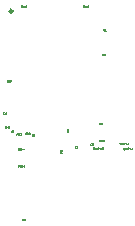
<source format=gbr>
%TF.GenerationSoftware,Altium Limited,Altium Designer,18.0.12 (696)*%
G04 Layer_Color=65535*
%FSLAX45Y45*%
%MOMM*%
%TF.FileFunction,Legend,Top*%
%TF.Part,Single*%
G01*
G75*
%TA.AperFunction,NonConductor*%
%ADD49C,0.02540*%
%ADD50C,0.03810*%
%ADD51C,0.05000*%
%ADD67C,0.25000*%
D49*
X583828Y162422D02*
X586367D01*
X588907Y164961D01*
Y177657D01*
X581289D01*
X578750Y175118D01*
Y170039D01*
X581289Y167500D01*
X588907D01*
X593985D02*
Y177657D01*
X601603D01*
X604142Y175118D01*
Y167500D01*
X619377Y182735D02*
Y167500D01*
X611760D01*
X609220Y170039D01*
Y175118D01*
X611760Y177657D01*
X619377D01*
X624455Y175118D02*
X634612D01*
X639691Y177657D02*
Y170039D01*
X642230Y167500D01*
X649847D01*
Y177657D01*
D50*
X-275843Y1379696D02*
X-278382Y1382235D01*
X-283461D01*
X-286000Y1379696D01*
Y1369539D01*
X-283461Y1367000D01*
X-278382D01*
X-275843Y1369539D01*
Y1374618D01*
X-280921D01*
X-270765Y1367000D02*
Y1377157D01*
X-263147D01*
X-260608Y1374618D01*
Y1367000D01*
X-245373Y1382235D02*
Y1367000D01*
X-252990D01*
X-255530Y1369539D01*
Y1374618D01*
X-252990Y1377157D01*
X-245373D01*
X331157Y179696D02*
X328618Y182235D01*
X323539D01*
X321000Y179696D01*
Y169539D01*
X323539Y167000D01*
X328618D01*
X331157Y169539D01*
Y174617D01*
X326079D01*
X336235Y167000D02*
Y177157D01*
X343853D01*
X346392Y174617D01*
Y167000D01*
X361627Y182235D02*
Y167000D01*
X354010D01*
X351470Y169539D01*
Y174617D01*
X354010Y177157D01*
X361627D01*
X366706Y174617D02*
X376862D01*
X381941Y177157D02*
Y169539D01*
X384480Y167000D01*
X392098D01*
Y177157D01*
X397176Y182235D02*
Y167000D01*
X404793D01*
X407333Y169539D01*
Y179696D01*
X404793Y182235D01*
X397176D01*
X247157Y1379696D02*
X244617Y1382235D01*
X239539D01*
X237000Y1379696D01*
Y1369539D01*
X239539Y1367000D01*
X244617D01*
X247157Y1369539D01*
Y1374618D01*
X242079D01*
X252235Y1367000D02*
Y1377157D01*
X259853D01*
X262392Y1374618D01*
Y1367000D01*
X277627Y1382235D02*
Y1367000D01*
X270010D01*
X267470Y1369539D01*
Y1374618D01*
X270010Y1377157D01*
X277627D01*
X545000Y220657D02*
X550078Y210500D01*
X555157Y220657D01*
X570392D02*
X562774D01*
X560235Y218117D01*
Y213039D01*
X562774Y210500D01*
X570392D01*
X585627Y220657D02*
X578010D01*
X575470Y218117D01*
Y213039D01*
X578010Y210500D01*
X585627D01*
X590705Y218117D02*
X600862D01*
X605941Y220657D02*
Y213039D01*
X608480Y210500D01*
X616097D01*
Y220657D01*
X-266316Y-424444D02*
X-268856Y-421905D01*
X-273934D01*
X-276473Y-424444D01*
Y-426983D01*
X-273934Y-429522D01*
X-268856D01*
X-266316Y-432061D01*
Y-434601D01*
X-268856Y-437140D01*
X-273934D01*
X-276473Y-434601D01*
X-261238Y-424444D02*
X-258699Y-421905D01*
X-253621D01*
X-251081Y-424444D01*
Y-434601D01*
X-253621Y-437140D01*
X-258699D01*
X-261238Y-434601D01*
Y-424444D01*
X176324Y191094D02*
X173785Y193633D01*
X168706D01*
X166167Y191094D01*
Y180937D01*
X168706Y178398D01*
X173785D01*
X176324Y180937D01*
X181402Y178398D02*
X186481D01*
X183941D01*
Y193633D01*
X181402Y191094D01*
X420152Y1181895D02*
X417613Y1184434D01*
X412534D01*
X409995Y1181895D01*
Y1179356D01*
X412534Y1176817D01*
X417613D01*
X420152Y1174278D01*
Y1171738D01*
X417613Y1169199D01*
X412534D01*
X409995Y1171738D01*
X425230Y1169199D02*
X430309D01*
X427770D01*
Y1184434D01*
X425230Y1181895D01*
X377166Y391485D02*
Y376250D01*
X384784D01*
X387323Y378789D01*
Y388946D01*
X384784Y391485D01*
X377166D01*
X400019D02*
X394941D01*
X392402Y388946D01*
Y378789D01*
X394941Y376250D01*
X400019D01*
X402558Y378789D01*
Y388946D01*
X400019Y391485D01*
X399995Y974434D02*
Y961738D01*
X402534Y959199D01*
X407613D01*
X410152Y961738D01*
Y974434D01*
X415230Y971895D02*
X417770Y974434D01*
X422848D01*
X425387Y971895D01*
Y961738D01*
X422848Y959199D01*
X417770D01*
X415230Y961738D01*
Y971895D01*
X372166Y246235D02*
Y236079D01*
X377245Y231000D01*
X382323Y236079D01*
Y246235D01*
X387402D02*
Y231000D01*
X395019D01*
X397558Y233539D01*
Y243696D01*
X395019Y246235D01*
X387402D01*
X402637D02*
Y231000D01*
X410254D01*
X412793Y233539D01*
Y243696D01*
X410254Y246235D01*
X402637D01*
X-409000Y736000D02*
Y751235D01*
X-401382D01*
X-398843Y748696D01*
Y743618D01*
X-401382Y741079D01*
X-409000D01*
X-403921D02*
X-398843Y736000D01*
X-383608Y751235D02*
X-393765D01*
Y736000D01*
X-383608D01*
X-393765Y743618D02*
X-388686D01*
X-368373Y751235D02*
X-378530D01*
Y743618D01*
X-373451D01*
X-378530D01*
Y736000D01*
X114130Y312750D02*
X98895D01*
Y320367D01*
X101434Y322906D01*
X106513D01*
X109052Y320367D01*
Y312750D01*
Y317828D02*
X114130Y322906D01*
X101434Y327985D02*
X98895Y330524D01*
Y335602D01*
X101434Y338142D01*
X103973D01*
X106513Y335602D01*
Y333063D01*
Y335602D01*
X109052Y338142D01*
X111591D01*
X114130Y335602D01*
Y330524D01*
X111591Y327985D01*
X56000Y136750D02*
X40765D01*
Y144368D01*
X43304Y146907D01*
X48383D01*
X50922Y144368D01*
Y136750D01*
Y141829D02*
X56000Y146907D01*
Y162142D02*
Y151985D01*
X45843Y162142D01*
X43304D01*
X40765Y159603D01*
Y154524D01*
X43304Y151985D01*
X-195195Y295559D02*
X-179960D01*
Y287942D01*
X-182499Y285403D01*
X-187577D01*
X-190116Y287942D01*
Y295559D01*
Y290481D02*
X-195195Y285403D01*
Y280324D02*
Y275246D01*
Y277785D01*
X-179960D01*
X-182499Y280324D01*
X-435750Y462250D02*
Y477485D01*
X-428132D01*
X-425593Y474946D01*
Y469868D01*
X-428132Y467329D01*
X-435750D01*
X-430671D02*
X-425593Y462250D01*
X-420515Y474946D02*
X-417976Y477485D01*
X-412897D01*
X-410358Y474946D01*
Y464790D01*
X-412897Y462250D01*
X-417976D01*
X-420515Y464790D01*
Y474946D01*
X-415093Y357196D02*
X-417632Y359735D01*
X-422711D01*
X-425250Y357196D01*
Y347039D01*
X-422711Y344500D01*
X-417632D01*
X-415093Y347039D01*
Y352117D01*
X-420171D01*
X-410015Y344500D02*
Y359735D01*
X-399858Y344500D01*
Y359735D01*
X-394779D02*
Y344500D01*
X-387162D01*
X-384623Y347039D01*
Y357196D01*
X-387162Y359735D01*
X-394779D01*
X310610Y212911D02*
X308071Y215450D01*
X302992D01*
X300453Y212911D01*
Y202754D01*
X302992Y200215D01*
X308071D01*
X310610Y202754D01*
X325845Y200215D02*
X315688D01*
X325845Y210372D01*
Y212911D01*
X323306Y215450D01*
X318227D01*
X315688Y212911D01*
X-372000Y312500D02*
Y322657D01*
X-366922Y327735D01*
X-361843Y322657D01*
Y312500D01*
Y320117D01*
X-372000D01*
X-356765Y327735D02*
X-351686D01*
X-354226D01*
Y312500D01*
X-356765D01*
X-351686D01*
X-252750Y293250D02*
Y303407D01*
X-247672Y308485D01*
X-242593Y303407D01*
Y293250D01*
Y300867D01*
X-252750D01*
X-237515Y308485D02*
X-232436D01*
X-234976D01*
Y293250D01*
X-237515D01*
X-232436D01*
X-224819Y305946D02*
X-222280Y308485D01*
X-217201D01*
X-214662Y305946D01*
Y303407D01*
X-217201Y300867D01*
X-219740D01*
X-217201D01*
X-214662Y298328D01*
Y295789D01*
X-217201Y293250D01*
X-222280D01*
X-224819Y295789D01*
X-325750Y288250D02*
Y298407D01*
X-320671Y303485D01*
X-315593Y298407D01*
Y288250D01*
Y295868D01*
X-325750D01*
X-310515Y303485D02*
X-305436D01*
X-307976D01*
Y288250D01*
X-310515D01*
X-305436D01*
X-287662D02*
X-297819D01*
X-287662Y298407D01*
Y300946D01*
X-290201Y303485D01*
X-295280D01*
X-297819Y300946D01*
D51*
X-316764Y156000D02*
Y175994D01*
X-306767D01*
X-303435Y172661D01*
Y165997D01*
X-306767Y162664D01*
X-316764D01*
X-283441Y172661D02*
X-286773Y175994D01*
X-293438D01*
X-296770Y172661D01*
Y169329D01*
X-293438Y165997D01*
X-286773D01*
X-283441Y162664D01*
Y159332D01*
X-286773Y156000D01*
X-293438D01*
X-296770Y159332D01*
X-276776Y165997D02*
X-263448D01*
X-311957Y13326D02*
Y33319D01*
X-301961D01*
X-298628Y29987D01*
Y23323D01*
X-301961Y19990D01*
X-311957D01*
X-278635Y29987D02*
X-281967Y33319D01*
X-288631D01*
X-291964Y29987D01*
Y26655D01*
X-288631Y23323D01*
X-281967D01*
X-278635Y19990D01*
Y16658D01*
X-281967Y13326D01*
X-288631D01*
X-291964Y16658D01*
X-271970Y23323D02*
X-258641D01*
X-265306Y29987D02*
Y16658D01*
D67*
X-357505Y1334199D02*
G03*
X-357505Y1334199I-12500J0D01*
G01*
%TF.MD5,bdfbaf23de0b16ea0692d8e45380457e*%
M02*

</source>
